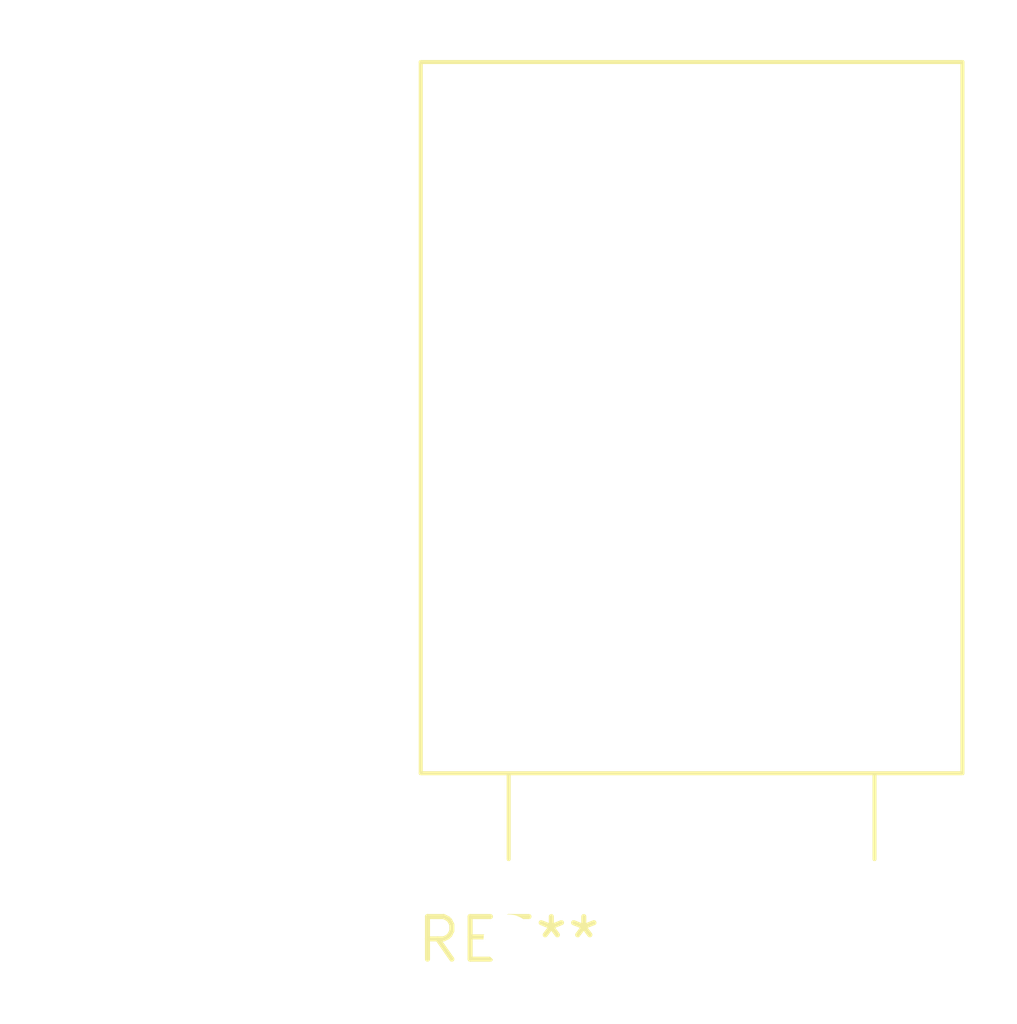
<source format=kicad_pcb>
(kicad_pcb (version 20240108) (generator pcbnew)
  (layers (0 "F.Cu" signal) (31 "B.Cu" signal) (34 "B.Paste" user) (35 "F.Paste" user) (36 "B.SilkS" user "B.Silkscreen") (37 "F.SilkS" user "F.Silkscreen") (38 "B.Mask" user) (39 "F.Mask" user) (44 "Edge.Cuts" user))
  (net 0 "")
  (footprint "TO-247-2_Horizontal_TabDown" (layer "F.Cu") (at 0 0)
    (property "Reference" "REF**")
    (property "Value" "TO-247-2_Horizontal_TabDown")
    (fp_line (start -2.62 -26.15) (end -2.62 -4.96) (layer "F.SilkS") (stroke (width 0.12)))
    (fp_line (start -2.62 -26.15) (end 13.52 -26.15) (layer "F.SilkS") (stroke (width 0.12)))
    (fp_line (start -2.62 -4.96) (end 13.52 -4.96) (layer "F.SilkS") (stroke (width 0.12)))
    (fp_line (start 0 -4.96) (end 0 -2.4) (layer "F.SilkS") (stroke (width 0.12)))
    (fp_line (start 10.9 -4.96) (end 10.9 -2.4) (layer "F.SilkS") (stroke (width 0.12)))
    (fp_line (start 13.52 -26.15) (end 13.52 -4.96) (layer "F.SilkS") (stroke (width 0.12)))
    (pad "" np_thru_hole oval (at 5.45 -19.86) (size 3.6 3.6) (drill 3.6) (layers *.Cu *.Mask))
    (pad "1" thru_hole rect (at 0 0) (size 2.5 4.5) (drill 1.5) (layers *.Cu *.Mask) (remove_unused_layers))
    (pad "2" thru_hole oval (at 10.9 0) (size 2.5 4.5) (drill 1.5) (layers *.Cu *.Mask) (remove_unused_layers))
  )
)
</source>
